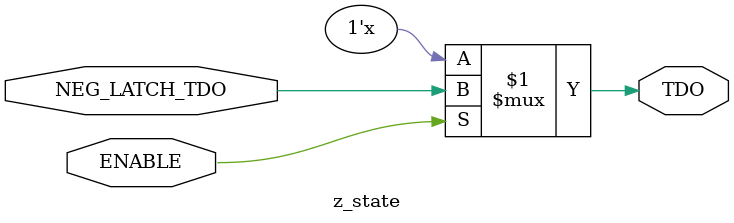
<source format=v>
`timescale 1ns / 1ps
module z_state(
    input NEG_LATCH_TDO,
    input ENABLE,
    output TDO
    );
	
	assign TDO = ENABLE ? NEG_LATCH_TDO : 1'bz;

endmodule

</source>
